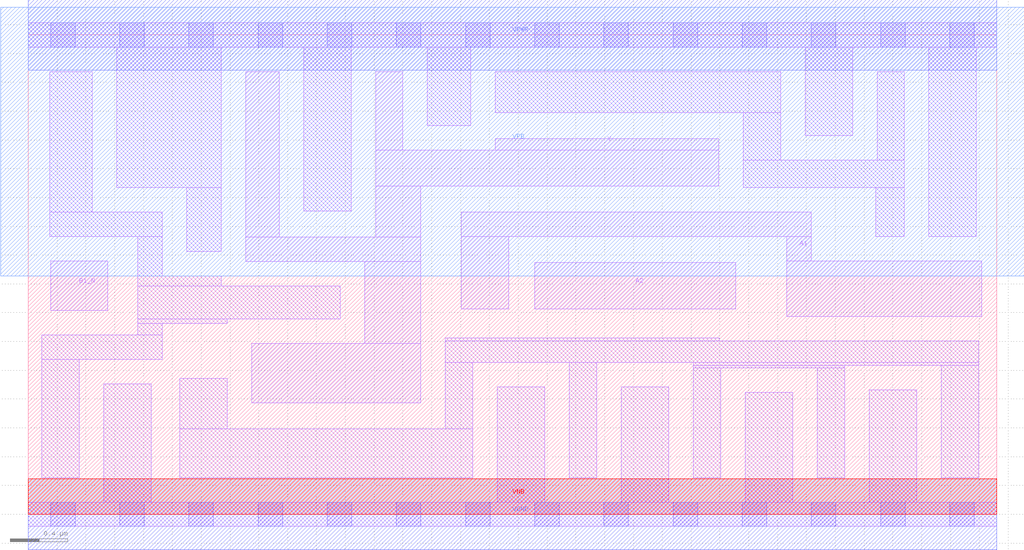
<source format=lef>
# Copyright 2020 The SkyWater PDK Authors
#
# Licensed under the Apache License, Version 2.0 (the "License");
# you may not use this file except in compliance with the License.
# You may obtain a copy of the License at
#
#     https://www.apache.org/licenses/LICENSE-2.0
#
# Unless required by applicable law or agreed to in writing, software
# distributed under the License is distributed on an "AS IS" BASIS,
# WITHOUT WARRANTIES OR CONDITIONS OF ANY KIND, either express or implied.
# See the License for the specific language governing permissions and
# limitations under the License.
#
# SPDX-License-Identifier: Apache-2.0

VERSION 5.7 ;
  NOWIREEXTENSIONATPIN ON ;
  DIVIDERCHAR "/" ;
  BUSBITCHARS "[]" ;
MACRO sky130_fd_sc_lp__o21bai_4
  CLASS CORE ;
  FOREIGN sky130_fd_sc_lp__o21bai_4 ;
  ORIGIN  0.000000  0.000000 ;
  SIZE  6.720000 BY  3.330000 ;
  SYMMETRY X Y R90 ;
  SITE unit ;
  PIN A1
    ANTENNAGATEAREA  1.260000 ;
    DIRECTION INPUT ;
    USE SIGNAL ;
    PORT
      LAYER li1 ;
        RECT 3.005000 1.425000 3.335000 1.930000 ;
        RECT 3.005000 1.930000 5.435000 2.100000 ;
        RECT 5.265000 1.375000 6.615000 1.760000 ;
        RECT 5.265000 1.760000 5.435000 1.930000 ;
    END
  END A1
  PIN A2
    ANTENNAGATEAREA  1.260000 ;
    DIRECTION INPUT ;
    USE SIGNAL ;
    PORT
      LAYER li1 ;
        RECT 3.515000 1.425000 4.910000 1.750000 ;
    END
  END A2
  PIN B1_N
    ANTENNAGATEAREA  0.315000 ;
    DIRECTION INPUT ;
    USE SIGNAL ;
    PORT
      LAYER li1 ;
        RECT 0.155000 1.415000 0.550000 1.760000 ;
    END
  END B1_N
  PIN Y
    ANTENNADIFFAREA  1.881600 ;
    DIRECTION OUTPUT ;
    USE SIGNAL ;
    PORT
      LAYER li1 ;
        RECT 1.510000 1.755000 2.725000 1.925000 ;
        RECT 1.510000 1.925000 1.740000 3.075000 ;
        RECT 1.550000 0.775000 2.725000 1.185000 ;
        RECT 2.335000 1.185000 2.725000 1.755000 ;
        RECT 2.410000 1.925000 2.725000 2.280000 ;
        RECT 2.410000 2.280000 4.790000 2.530000 ;
        RECT 2.410000 2.530000 2.600000 3.075000 ;
        RECT 3.240000 2.530000 4.790000 2.610000 ;
    END
  END Y
  PIN VGND
    DIRECTION INOUT ;
    USE GROUND ;
    PORT
      LAYER met1 ;
        RECT 0.000000 -0.245000 6.720000 0.245000 ;
    END
  END VGND
  PIN VNB
    DIRECTION INOUT ;
    USE GROUND ;
    PORT
      LAYER pwell ;
        RECT 0.000000 0.000000 6.720000 0.245000 ;
    END
  END VNB
  PIN VPB
    DIRECTION INOUT ;
    USE POWER ;
    PORT
      LAYER nwell ;
        RECT -0.190000 1.655000 6.910000 3.520000 ;
    END
  END VPB
  PIN VPWR
    DIRECTION INOUT ;
    USE POWER ;
    PORT
      LAYER met1 ;
        RECT 0.000000 3.085000 6.720000 3.575000 ;
    END
  END VPWR
  OBS
    LAYER li1 ;
      RECT 0.000000 -0.085000 6.720000 0.085000 ;
      RECT 0.000000  3.245000 6.720000 3.415000 ;
      RECT 0.095000  0.255000 0.355000 1.075000 ;
      RECT 0.095000  1.075000 0.930000 1.245000 ;
      RECT 0.150000  1.930000 0.930000 2.100000 ;
      RECT 0.150000  2.100000 0.445000 3.075000 ;
      RECT 0.525000  0.085000 0.855000 0.905000 ;
      RECT 0.615000  2.270000 1.340000 3.245000 ;
      RECT 0.760000  1.245000 0.930000 1.325000 ;
      RECT 0.760000  1.325000 1.380000 1.355000 ;
      RECT 0.760000  1.355000 2.165000 1.585000 ;
      RECT 0.760000  1.585000 1.340000 1.655000 ;
      RECT 0.760000  1.655000 0.930000 1.930000 ;
      RECT 1.050000  0.255000 3.085000 0.595000 ;
      RECT 1.050000  0.595000 1.380000 0.945000 ;
      RECT 1.100000  1.825000 1.340000 2.270000 ;
      RECT 1.910000  2.105000 2.240000 3.245000 ;
      RECT 2.770000  2.700000 3.070000 3.245000 ;
      RECT 2.895000  0.595000 3.085000 1.055000 ;
      RECT 2.895000  1.055000 6.595000 1.205000 ;
      RECT 2.895000  1.205000 4.795000 1.225000 ;
      RECT 3.240000  2.790000 5.220000 3.075000 ;
      RECT 3.255000  0.085000 3.585000 0.885000 ;
      RECT 3.755000  0.255000 3.945000 1.055000 ;
      RECT 4.115000  0.085000 4.445000 0.885000 ;
      RECT 4.615000  0.255000 4.805000 1.015000 ;
      RECT 4.615000  1.015000 5.665000 1.035000 ;
      RECT 4.615000  1.035000 6.595000 1.055000 ;
      RECT 4.960000  2.270000 6.080000 2.460000 ;
      RECT 4.960000  2.460000 5.220000 2.790000 ;
      RECT 4.975000  0.085000 5.305000 0.845000 ;
      RECT 5.390000  2.630000 5.720000 3.245000 ;
      RECT 5.475000  0.255000 5.665000 1.015000 ;
      RECT 5.835000  0.085000 6.165000 0.865000 ;
      RECT 5.880000  1.930000 6.080000 2.270000 ;
      RECT 5.890000  2.460000 6.080000 3.075000 ;
      RECT 6.250000  1.930000 6.580000 3.245000 ;
      RECT 6.335000  0.255000 6.595000 1.035000 ;
    LAYER mcon ;
      RECT 0.155000 -0.085000 0.325000 0.085000 ;
      RECT 0.155000  3.245000 0.325000 3.415000 ;
      RECT 0.635000 -0.085000 0.805000 0.085000 ;
      RECT 0.635000  3.245000 0.805000 3.415000 ;
      RECT 1.115000 -0.085000 1.285000 0.085000 ;
      RECT 1.115000  3.245000 1.285000 3.415000 ;
      RECT 1.595000 -0.085000 1.765000 0.085000 ;
      RECT 1.595000  3.245000 1.765000 3.415000 ;
      RECT 2.075000 -0.085000 2.245000 0.085000 ;
      RECT 2.075000  3.245000 2.245000 3.415000 ;
      RECT 2.555000 -0.085000 2.725000 0.085000 ;
      RECT 2.555000  3.245000 2.725000 3.415000 ;
      RECT 3.035000 -0.085000 3.205000 0.085000 ;
      RECT 3.035000  3.245000 3.205000 3.415000 ;
      RECT 3.515000 -0.085000 3.685000 0.085000 ;
      RECT 3.515000  3.245000 3.685000 3.415000 ;
      RECT 3.995000 -0.085000 4.165000 0.085000 ;
      RECT 3.995000  3.245000 4.165000 3.415000 ;
      RECT 4.475000 -0.085000 4.645000 0.085000 ;
      RECT 4.475000  3.245000 4.645000 3.415000 ;
      RECT 4.955000 -0.085000 5.125000 0.085000 ;
      RECT 4.955000  3.245000 5.125000 3.415000 ;
      RECT 5.435000 -0.085000 5.605000 0.085000 ;
      RECT 5.435000  3.245000 5.605000 3.415000 ;
      RECT 5.915000 -0.085000 6.085000 0.085000 ;
      RECT 5.915000  3.245000 6.085000 3.415000 ;
      RECT 6.395000 -0.085000 6.565000 0.085000 ;
      RECT 6.395000  3.245000 6.565000 3.415000 ;
  END
END sky130_fd_sc_lp__o21bai_4
END LIBRARY

</source>
